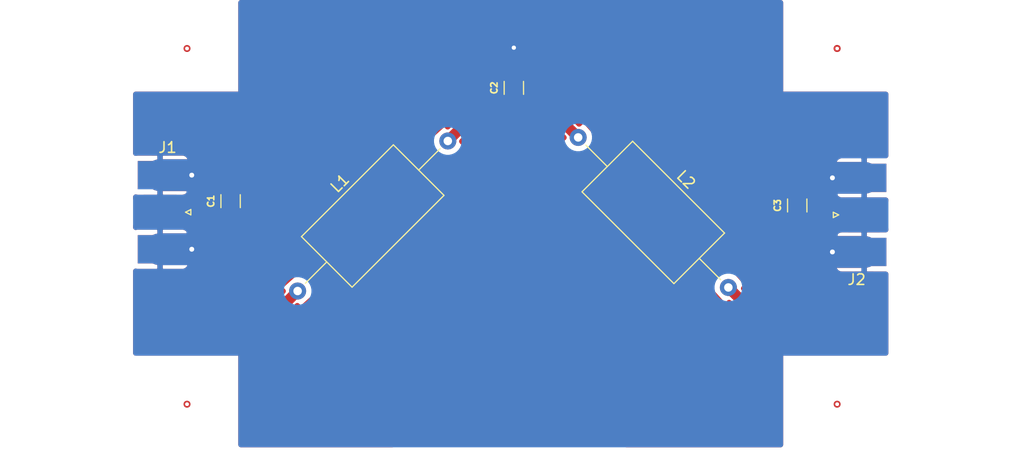
<source format=kicad_pcb>
(kicad_pcb (version 20171130) (host pcbnew "(5.1.12)-1")

  (general
    (thickness 1.6)
    (drawings 7)
    (tracks 37)
    (zones 0)
    (modules 7)
    (nets 5)
  )

  (page A4)
  (layers
    (0 F.Cu signal)
    (31 B.Cu signal)
    (32 B.Adhes user)
    (33 F.Adhes user)
    (34 B.Paste user)
    (35 F.Paste user)
    (36 B.SilkS user)
    (37 F.SilkS user)
    (38 B.Mask user)
    (39 F.Mask user)
    (40 Dwgs.User user)
    (41 Cmts.User user)
    (42 Eco1.User user)
    (43 Eco2.User user)
    (44 Edge.Cuts user)
    (45 Margin user)
    (46 B.CrtYd user)
    (47 F.CrtYd user)
    (48 B.Fab user)
    (49 F.Fab user)
  )

  (setup
    (last_trace_width 1)
    (user_trace_width 1)
    (trace_clearance 0.2)
    (zone_clearance 0.15)
    (zone_45_only no)
    (trace_min 0.2)
    (via_size 0.8)
    (via_drill 0.4)
    (via_min_size 0.4)
    (via_min_drill 0.3)
    (user_via 2 0.5)
    (uvia_size 0.3)
    (uvia_drill 0.1)
    (uvias_allowed no)
    (uvia_min_size 0.2)
    (uvia_min_drill 0.1)
    (edge_width 0.05)
    (segment_width 0.2)
    (pcb_text_width 0.3)
    (pcb_text_size 1.5 1.5)
    (mod_edge_width 0.12)
    (mod_text_size 1 1)
    (mod_text_width 0.15)
    (pad_size 3.2 3.2)
    (pad_drill 3.2)
    (pad_to_mask_clearance 0)
    (aux_axis_origin 0 0)
    (visible_elements 7FFFFFFF)
    (pcbplotparams
      (layerselection 0x010fc_ffffffff)
      (usegerberextensions false)
      (usegerberattributes true)
      (usegerberadvancedattributes true)
      (creategerberjobfile true)
      (excludeedgelayer true)
      (linewidth 0.100000)
      (plotframeref false)
      (viasonmask false)
      (mode 1)
      (useauxorigin false)
      (hpglpennumber 1)
      (hpglpenspeed 20)
      (hpglpendiameter 15.000000)
      (psnegative false)
      (psa4output false)
      (plotreference true)
      (plotvalue true)
      (plotinvisibletext false)
      (padsonsilk false)
      (subtractmaskfromsilk false)
      (outputformat 1)
      (mirror false)
      (drillshape 1)
      (scaleselection 1)
      (outputdirectory ""))
  )

  (net 0 "")
  (net 1 GNDREF)
  (net 2 "Net-(C1-Pad1)")
  (net 3 "Net-(C2-Pad1)")
  (net 4 "Net-(C3-Pad1)")

  (net_class Default "This is the default net class."
    (clearance 0.2)
    (trace_width 0.25)
    (via_dia 0.8)
    (via_drill 0.4)
    (uvia_dia 0.3)
    (uvia_drill 0.1)
    (add_net GNDREF)
    (add_net "Net-(C1-Pad1)")
    (add_net "Net-(C2-Pad1)")
    (add_net "Net-(C3-Pad1)")
  )

  (module WC8C:SMD_Combo_1206_0805 (layer F.Cu) (tedit 61AB688E) (tstamp 601E9231)
    (at 154.4828 76.2635 90)
    (descr "Capacitor SMD 1206 (3216 Metric), square (rectangular) end terminal, IPC_7351 nominal with elongated pad for handsoldering. (Body size source: IPC-SM-782 page 76, https://www.pcb-3d.com/wordpress/wp-content/uploads/ipc-sm-782a_amendment_1_and_2.pdf), generated with kicad-footprint-generator")
    (tags "capacitor handsolder")
    (path /602366C5)
    (attr smd)
    (fp_text reference C3 (at 0 -1.85 90) (layer F.SilkS)
      (effects (font (size 0.6 0.6) (thickness 0.15)))
    )
    (fp_text value 270p (at 0 1.85 90) (layer F.Fab)
      (effects (font (size 0.6 0.6) (thickness 0.15)))
    )
    (fp_text user %R (at 0 0 90) (layer F.Fab)
      (effects (font (size 0.4 0.4) (thickness 0.1)))
    )
    (fp_line (start -1.6 0.8) (end -1.6 -0.8) (layer F.Fab) (width 0.1))
    (fp_line (start -1.6 -0.8) (end 1.6 -0.8) (layer F.Fab) (width 0.1))
    (fp_line (start 1.6 -0.8) (end 1.6 0.8) (layer F.Fab) (width 0.1))
    (fp_line (start 1.6 0.8) (end -1.6 0.8) (layer F.Fab) (width 0.1))
    (fp_line (start -0.6096 -0.91) (end 0.6096 -0.91) (layer F.SilkS) (width 0.12))
    (fp_line (start -0.6096 0.9144) (end 0.6096 0.91) (layer F.SilkS) (width 0.12))
    (fp_line (start -2.48 1.15) (end -2.48 -1.15) (layer F.CrtYd) (width 0.05))
    (fp_line (start -2.48 -1.15) (end 2.48 -1.15) (layer F.CrtYd) (width 0.05))
    (fp_line (start 2.48 -1.15) (end 2.48 1.15) (layer F.CrtYd) (width 0.05))
    (fp_line (start 2.48 1.15) (end -2.48 1.15) (layer F.CrtYd) (width 0.05))
    (pad 1 smd roundrect (at -1.3625 0 90) (size 1.725 1.8) (layers F.Cu F.Paste F.Mask) (roundrect_rratio 0.189)
      (net 4 "Net-(C3-Pad1)"))
    (pad 2 smd roundrect (at 1.3625 0 90) (size 1.725 1.8) (layers F.Cu F.Paste F.Mask) (roundrect_rratio 0.189)
      (net 1 GNDREF))
    (model ${KISYS3DMOD}/Capacitor_SMD.3dshapes/C_1206_3216Metric.wrl
      (at (xyz 0 0 0))
      (scale (xyz 1 1 1))
      (rotate (xyz 0 0 0))
    )
  )

  (module WC8C:SMD_Combo_1206_0805 (layer F.Cu) (tedit 61AB688E) (tstamp 601E9220)
    (at 127.8001 65.18 90)
    (descr "Capacitor SMD 1206 (3216 Metric), square (rectangular) end terminal, IPC_7351 nominal with elongated pad for handsoldering. (Body size source: IPC-SM-782 page 76, https://www.pcb-3d.com/wordpress/wp-content/uploads/ipc-sm-782a_amendment_1_and_2.pdf), generated with kicad-footprint-generator")
    (tags "capacitor handsolder")
    (path /60236C70)
    (attr smd)
    (fp_text reference C2 (at 0 -1.85 90) (layer F.SilkS)
      (effects (font (size 0.6 0.6) (thickness 0.15)))
    )
    (fp_text value 470p (at 0 1.85 90) (layer F.Fab)
      (effects (font (size 0.6 0.6) (thickness 0.15)))
    )
    (fp_text user %R (at 0 0 90) (layer F.Fab)
      (effects (font (size 0.4 0.4) (thickness 0.1)))
    )
    (fp_line (start -1.6 0.8) (end -1.6 -0.8) (layer F.Fab) (width 0.1))
    (fp_line (start -1.6 -0.8) (end 1.6 -0.8) (layer F.Fab) (width 0.1))
    (fp_line (start 1.6 -0.8) (end 1.6 0.8) (layer F.Fab) (width 0.1))
    (fp_line (start 1.6 0.8) (end -1.6 0.8) (layer F.Fab) (width 0.1))
    (fp_line (start -0.6096 -0.91) (end 0.6096 -0.91) (layer F.SilkS) (width 0.12))
    (fp_line (start -0.6096 0.9144) (end 0.6096 0.91) (layer F.SilkS) (width 0.12))
    (fp_line (start -2.48 1.15) (end -2.48 -1.15) (layer F.CrtYd) (width 0.05))
    (fp_line (start -2.48 -1.15) (end 2.48 -1.15) (layer F.CrtYd) (width 0.05))
    (fp_line (start 2.48 -1.15) (end 2.48 1.15) (layer F.CrtYd) (width 0.05))
    (fp_line (start 2.48 1.15) (end -2.48 1.15) (layer F.CrtYd) (width 0.05))
    (pad 1 smd roundrect (at -1.3625 0 90) (size 1.725 1.8) (layers F.Cu F.Paste F.Mask) (roundrect_rratio 0.189)
      (net 3 "Net-(C2-Pad1)"))
    (pad 2 smd roundrect (at 1.3625 0 90) (size 1.725 1.8) (layers F.Cu F.Paste F.Mask) (roundrect_rratio 0.189)
      (net 1 GNDREF))
    (model ${KISYS3DMOD}/Capacitor_SMD.3dshapes/C_1206_3216Metric.wrl
      (at (xyz 0 0 0))
      (scale (xyz 1 1 1))
      (rotate (xyz 0 0 0))
    )
  )

  (module WC8C:SMD_Combo_1206_0805 (layer F.Cu) (tedit 61AB688E) (tstamp 601E920F)
    (at 101.1301 75.8571 90)
    (descr "Capacitor SMD 1206 (3216 Metric), square (rectangular) end terminal, IPC_7351 nominal with elongated pad for handsoldering. (Body size source: IPC-SM-782 page 76, https://www.pcb-3d.com/wordpress/wp-content/uploads/ipc-sm-782a_amendment_1_and_2.pdf), generated with kicad-footprint-generator")
    (tags "capacitor handsolder")
    (path /60235019)
    (attr smd)
    (fp_text reference C1 (at 0 -1.85 90) (layer F.SilkS)
      (effects (font (size 0.6 0.6) (thickness 0.15)))
    )
    (fp_text value 270p (at 0 1.85 90) (layer F.Fab)
      (effects (font (size 0.6 0.6) (thickness 0.15)))
    )
    (fp_text user %R (at 0 0 90) (layer F.Fab)
      (effects (font (size 0.4 0.4) (thickness 0.1)))
    )
    (fp_line (start -1.6 0.8) (end -1.6 -0.8) (layer F.Fab) (width 0.1))
    (fp_line (start -1.6 -0.8) (end 1.6 -0.8) (layer F.Fab) (width 0.1))
    (fp_line (start 1.6 -0.8) (end 1.6 0.8) (layer F.Fab) (width 0.1))
    (fp_line (start 1.6 0.8) (end -1.6 0.8) (layer F.Fab) (width 0.1))
    (fp_line (start -0.6096 -0.91) (end 0.6096 -0.91) (layer F.SilkS) (width 0.12))
    (fp_line (start -0.6096 0.9144) (end 0.6096 0.91) (layer F.SilkS) (width 0.12))
    (fp_line (start -2.48 1.15) (end -2.48 -1.15) (layer F.CrtYd) (width 0.05))
    (fp_line (start -2.48 -1.15) (end 2.48 -1.15) (layer F.CrtYd) (width 0.05))
    (fp_line (start 2.48 -1.15) (end 2.48 1.15) (layer F.CrtYd) (width 0.05))
    (fp_line (start 2.48 1.15) (end -2.48 1.15) (layer F.CrtYd) (width 0.05))
    (pad 1 smd roundrect (at -1.3625 0 90) (size 1.725 1.8) (layers F.Cu F.Paste F.Mask) (roundrect_rratio 0.189)
      (net 2 "Net-(C1-Pad1)"))
    (pad 2 smd roundrect (at 1.3625 0 90) (size 1.725 1.8) (layers F.Cu F.Paste F.Mask) (roundrect_rratio 0.189)
      (net 1 GNDREF))
    (model ${KISYS3DMOD}/Capacitor_SMD.3dshapes/C_1206_3216Metric.wrl
      (at (xyz 0 0 0))
      (scale (xyz 1 1 1))
      (rotate (xyz 0 0 0))
    )
  )

  (module Capacitor_THT:C_Axial_L12.0mm_D6.5mm_P20.00mm_Horizontal (layer F.Cu) (tedit 5AE50EF0) (tstamp 601E92B7)
    (at 133.858 69.85 315)
    (descr "C, Axial series, Axial, Horizontal, pin pitch=20mm, , length*diameter=12*6.5mm^2, http://cdn-reichelt.de/documents/datenblatt/B300/STYROFLEX.pdf")
    (tags "C Axial series Axial Horizontal pin pitch 20mm  length 12mm diameter 6.5mm")
    (path /60236050)
    (fp_text reference L2 (at 10 -4.37 135) (layer F.SilkS)
      (effects (font (size 1 1) (thickness 0.15)))
    )
    (fp_text value 820n (at 10 4.37 135) (layer F.Fab)
      (effects (font (size 1 1) (thickness 0.15)))
    )
    (fp_line (start 21.05 -3.5) (end -1.05 -3.5) (layer F.CrtYd) (width 0.05))
    (fp_line (start 21.05 3.5) (end 21.05 -3.5) (layer F.CrtYd) (width 0.05))
    (fp_line (start -1.05 3.5) (end 21.05 3.5) (layer F.CrtYd) (width 0.05))
    (fp_line (start -1.05 -3.5) (end -1.05 3.5) (layer F.CrtYd) (width 0.05))
    (fp_line (start 18.96 0) (end 16.12 0) (layer F.SilkS) (width 0.12))
    (fp_line (start 1.04 0) (end 3.88 0) (layer F.SilkS) (width 0.12))
    (fp_line (start 16.12 -3.37) (end 3.88 -3.37) (layer F.SilkS) (width 0.12))
    (fp_line (start 16.12 3.37) (end 16.12 -3.37) (layer F.SilkS) (width 0.12))
    (fp_line (start 3.88 3.37) (end 16.12 3.37) (layer F.SilkS) (width 0.12))
    (fp_line (start 3.88 -3.37) (end 3.88 3.37) (layer F.SilkS) (width 0.12))
    (fp_line (start 20 0) (end 16 0) (layer F.Fab) (width 0.1))
    (fp_line (start 0 0) (end 4 0) (layer F.Fab) (width 0.1))
    (fp_line (start 16 -3.25) (end 4 -3.25) (layer F.Fab) (width 0.1))
    (fp_line (start 16 3.25) (end 16 -3.25) (layer F.Fab) (width 0.1))
    (fp_line (start 4 3.25) (end 16 3.25) (layer F.Fab) (width 0.1))
    (fp_line (start 4 -3.25) (end 4 3.25) (layer F.Fab) (width 0.1))
    (fp_text user %R (at 10 0 135) (layer F.Fab)
      (effects (font (size 1 1) (thickness 0.15)))
    )
    (pad 2 thru_hole oval (at 20 0 315) (size 1.6 1.6) (drill 0.8) (layers *.Cu *.Mask)
      (net 4 "Net-(C3-Pad1)"))
    (pad 1 thru_hole circle (at 0 0 315) (size 1.6 1.6) (drill 0.8) (layers *.Cu *.Mask)
      (net 3 "Net-(C2-Pad1)"))
    (model ${KISYS3DMOD}/Capacitor_THT.3dshapes/C_Axial_L12.0mm_D6.5mm_P20.00mm_Horizontal.wrl
      (at (xyz 0 0 0))
      (scale (xyz 1 1 1))
      (rotate (xyz 0 0 0))
    )
  )

  (module Capacitor_THT:C_Axial_L12.0mm_D6.5mm_P20.00mm_Horizontal (layer F.Cu) (tedit 5AE50EF0) (tstamp 601E92A0)
    (at 107.442 84.328 45)
    (descr "C, Axial series, Axial, Horizontal, pin pitch=20mm, , length*diameter=12*6.5mm^2, http://cdn-reichelt.de/documents/datenblatt/B300/STYROFLEX.pdf")
    (tags "C Axial series Axial Horizontal pin pitch 20mm  length 12mm diameter 6.5mm")
    (path /6023585A)
    (fp_text reference L1 (at 10 -4.37 45) (layer F.SilkS)
      (effects (font (size 1 1) (thickness 0.15)))
    )
    (fp_text value 820n (at 10 4.37 45) (layer F.Fab)
      (effects (font (size 1 1) (thickness 0.15)))
    )
    (fp_line (start 21.05 -3.5) (end -1.05 -3.5) (layer F.CrtYd) (width 0.05))
    (fp_line (start 21.05 3.5) (end 21.05 -3.5) (layer F.CrtYd) (width 0.05))
    (fp_line (start -1.05 3.5) (end 21.05 3.5) (layer F.CrtYd) (width 0.05))
    (fp_line (start -1.05 -3.5) (end -1.05 3.5) (layer F.CrtYd) (width 0.05))
    (fp_line (start 18.96 0) (end 16.12 0) (layer F.SilkS) (width 0.12))
    (fp_line (start 1.04 0) (end 3.88 0) (layer F.SilkS) (width 0.12))
    (fp_line (start 16.12 -3.37) (end 3.88 -3.37) (layer F.SilkS) (width 0.12))
    (fp_line (start 16.12 3.37) (end 16.12 -3.37) (layer F.SilkS) (width 0.12))
    (fp_line (start 3.88 3.37) (end 16.12 3.37) (layer F.SilkS) (width 0.12))
    (fp_line (start 3.88 -3.37) (end 3.88 3.37) (layer F.SilkS) (width 0.12))
    (fp_line (start 20 0) (end 16 0) (layer F.Fab) (width 0.1))
    (fp_line (start 0 0) (end 4 0) (layer F.Fab) (width 0.1))
    (fp_line (start 16 -3.25) (end 4 -3.25) (layer F.Fab) (width 0.1))
    (fp_line (start 16 3.25) (end 16 -3.25) (layer F.Fab) (width 0.1))
    (fp_line (start 4 3.25) (end 16 3.25) (layer F.Fab) (width 0.1))
    (fp_line (start 4 -3.25) (end 4 3.25) (layer F.Fab) (width 0.1))
    (fp_text user %R (at 10 0 45) (layer F.Fab)
      (effects (font (size 1 1) (thickness 0.15)))
    )
    (pad 2 thru_hole oval (at 20 0 45) (size 1.6 1.6) (drill 0.8) (layers *.Cu *.Mask)
      (net 3 "Net-(C2-Pad1)"))
    (pad 1 thru_hole circle (at 0 0 45) (size 1.6 1.6) (drill 0.8) (layers *.Cu *.Mask)
      (net 2 "Net-(C1-Pad1)"))
    (model ${KISYS3DMOD}/Capacitor_THT.3dshapes/C_Axial_L12.0mm_D6.5mm_P20.00mm_Horizontal.wrl
      (at (xyz 0 0 0))
      (scale (xyz 1 1 1))
      (rotate (xyz 0 0 0))
    )
  )

  (module Connector_Coaxial:SMA_Molex_73251-2120_EdgeMount_Horizontal (layer F.Cu) (tedit 5EBD110B) (tstamp 601E9289)
    (at 160.782 77.1525)
    (descr "Molex SMA RF Connector, Edge Mount, (http://www.molex.com/pdm_docs/sd/732512120_sd.pdf)")
    (tags "sma edge")
    (path /60237382)
    (attr smd)
    (fp_text reference J2 (at -0.705 6.1) (layer F.SilkS)
      (effects (font (size 1 1) (thickness 0.15)))
    )
    (fp_text value SMA (at -0.1 -6.2) (layer F.Fab)
      (effects (font (size 1 1) (thickness 0.15)))
    )
    (fp_line (start 3.115 3.175) (end -1.715 3.175) (layer F.Fab) (width 0.1))
    (fp_line (start 3.115 -3.175) (end 3.115 3.175) (layer F.Fab) (width 0.1))
    (fp_line (start -1.715 -3.175) (end 3.115 -3.175) (layer F.Fab) (width 0.1))
    (fp_line (start 2.095 -2.155) (end 2.095 2.155) (layer F.Fab) (width 0.1))
    (fp_line (start 14.545 2.64) (end 3.115 2.64) (layer F.Fab) (width 0.1))
    (fp_line (start 14.545 -2.64) (end 14.545 2.64) (layer F.Fab) (width 0.1))
    (fp_line (start 14.545 -2.64) (end 3.115 -2.64) (layer F.Fab) (width 0.1))
    (fp_line (start 2.095 2.155) (end -1.715 2.155) (layer F.Fab) (width 0.1))
    (fp_line (start 2.095 -2.155) (end -1.715 -2.155) (layer F.Fab) (width 0.1))
    (fp_line (start -3.975 -5.33) (end 15.045 -5.33) (layer F.CrtYd) (width 0.05))
    (fp_line (start -3.975 -5.33) (end -3.975 5.33) (layer F.CrtYd) (width 0.05))
    (fp_line (start 15.045 5.33) (end -3.975 5.33) (layer F.CrtYd) (width 0.05))
    (fp_line (start 15.045 -5.33) (end 15.045 5.33) (layer F.CrtYd) (width 0.05))
    (fp_line (start -1.715 -3.175) (end -1.715 -2.155) (layer F.Fab) (width 0.1))
    (fp_line (start -1.715 -0.635) (end -1.715 0.635) (layer F.Fab) (width 0.1))
    (fp_line (start 2.095 0.635) (end -1.715 0.635) (layer F.Fab) (width 0.1))
    (fp_line (start 2.095 -0.635) (end -1.715 -0.635) (layer F.Fab) (width 0.1))
    (fp_line (start -2.4 0) (end -2.9 -0.25) (layer F.SilkS) (width 0.12))
    (fp_line (start -2.9 -0.25) (end -2.9 0.25) (layer F.SilkS) (width 0.12))
    (fp_line (start -2.9 0.25) (end -2.4 0) (layer F.SilkS) (width 0.12))
    (fp_line (start -2.9 -0.25) (end -2.4 0) (layer F.Fab) (width 0.1))
    (fp_line (start -2.4 0) (end -2.9 0.25) (layer F.Fab) (width 0.1))
    (fp_line (start -2.9 0.25) (end -2.9 -0.25) (layer F.Fab) (width 0.1))
    (fp_line (start -1.715 3.175) (end -1.715 2.155) (layer F.Fab) (width 0.1))
    (fp_line (start -3.975 -5.33) (end -3.975 5.33) (layer B.CrtYd) (width 0.05))
    (fp_line (start 15.045 5.33) (end -3.975 5.33) (layer B.CrtYd) (width 0.05))
    (fp_line (start 15.045 -5.33) (end 15.045 5.33) (layer B.CrtYd) (width 0.05))
    (fp_line (start -3.975 -5.33) (end 15.045 -5.33) (layer B.CrtYd) (width 0.05))
    (fp_line (start 2.095 -0.635) (end 2.9 0) (layer F.Fab) (width 0.1))
    (fp_line (start 2.9 0) (end 2.095 0.635) (layer F.Fab) (width 0.1))
    (fp_text user "PCB Edge" (at 2.155 0 270) (layer Dwgs.User)
      (effects (font (size 0.5 0.5) (thickness 0.08)))
    )
    (fp_text user %R (at 9.095 0) (layer F.Fab)
      (effects (font (size 1 1) (thickness 0.15)))
    )
    (pad 2 smd rect (at -2.54 3.4925) (size 0.89 0.46) (layers B.Cu)
      (net 1 GNDREF))
    (pad 2 thru_hole circle (at -2.985 3.4925) (size 0.97 0.97) (drill 0.46) (layers *.Cu)
      (net 1 GNDREF))
    (pad 2 smd rect (at -2.54 3.4925) (size 0.89 0.46) (layers F.Cu)
      (net 1 GNDREF))
    (pad 2 smd rect (at 0 -3.4925) (size 4.19 2.665) (layers B.Cu B.Paste B.Mask)
      (net 1 GNDREF))
    (pad 2 smd rect (at 0 -3.4925) (size 4.19 2.665) (layers F.Cu F.Paste F.Mask)
      (net 1 GNDREF))
    (pad 2 smd rect (at 0 3.4925) (size 4.19 2.665) (layers B.Cu B.Paste B.Mask)
      (net 1 GNDREF))
    (pad 1 smd rect (at 0 0) (size 4.19 1.78) (layers F.Cu F.Paste F.Mask)
      (net 4 "Net-(C3-Pad1)"))
    (pad 2 smd rect (at 0 3.4925) (size 4.19 2.665) (layers F.Cu F.Paste F.Mask)
      (net 1 GNDREF))
    (pad 2 thru_hole circle (at -2.985 -3.4925) (size 0.97 0.97) (drill 0.46) (layers *.Cu)
      (net 1 GNDREF))
    (pad 2 smd rect (at -2.54 -3.4925) (size 0.89 0.46) (layers F.Cu)
      (net 1 GNDREF))
    (pad 2 smd rect (at -2.54 -3.4925) (size 0.89 0.46) (layers B.Cu)
      (net 1 GNDREF))
    (model ${KISYS3DMOD}/Connector_Coaxial.3dshapes/SMA_Molex_73251-2120_EdgeMount_Horizontal.wrl
      (at (xyz 0 0 0))
      (scale (xyz 1 1 1))
      (rotate (xyz 0 0 0))
    )
  )

  (module Connector_Coaxial:SMA_Molex_73251-2120_EdgeMount_Horizontal (layer F.Cu) (tedit 5EBD110B) (tstamp 601E925D)
    (at 94.488 76.8985 180)
    (descr "Molex SMA RF Connector, Edge Mount, (http://www.molex.com/pdm_docs/sd/732512120_sd.pdf)")
    (tags "sma edge")
    (path /60233EEE)
    (attr smd)
    (fp_text reference J1 (at -0.705 6.1) (layer F.SilkS)
      (effects (font (size 1 1) (thickness 0.15)))
    )
    (fp_text value SMA (at -0.1 -6.2) (layer F.Fab)
      (effects (font (size 1 1) (thickness 0.15)))
    )
    (fp_line (start 3.115 3.175) (end -1.715 3.175) (layer F.Fab) (width 0.1))
    (fp_line (start 3.115 -3.175) (end 3.115 3.175) (layer F.Fab) (width 0.1))
    (fp_line (start -1.715 -3.175) (end 3.115 -3.175) (layer F.Fab) (width 0.1))
    (fp_line (start 2.095 -2.155) (end 2.095 2.155) (layer F.Fab) (width 0.1))
    (fp_line (start 14.545 2.64) (end 3.115 2.64) (layer F.Fab) (width 0.1))
    (fp_line (start 14.545 -2.64) (end 14.545 2.64) (layer F.Fab) (width 0.1))
    (fp_line (start 14.545 -2.64) (end 3.115 -2.64) (layer F.Fab) (width 0.1))
    (fp_line (start 2.095 2.155) (end -1.715 2.155) (layer F.Fab) (width 0.1))
    (fp_line (start 2.095 -2.155) (end -1.715 -2.155) (layer F.Fab) (width 0.1))
    (fp_line (start -3.975 -5.33) (end 15.045 -5.33) (layer F.CrtYd) (width 0.05))
    (fp_line (start -3.975 -5.33) (end -3.975 5.33) (layer F.CrtYd) (width 0.05))
    (fp_line (start 15.045 5.33) (end -3.975 5.33) (layer F.CrtYd) (width 0.05))
    (fp_line (start 15.045 -5.33) (end 15.045 5.33) (layer F.CrtYd) (width 0.05))
    (fp_line (start -1.715 -3.175) (end -1.715 -2.155) (layer F.Fab) (width 0.1))
    (fp_line (start -1.715 -0.635) (end -1.715 0.635) (layer F.Fab) (width 0.1))
    (fp_line (start 2.095 0.635) (end -1.715 0.635) (layer F.Fab) (width 0.1))
    (fp_line (start 2.095 -0.635) (end -1.715 -0.635) (layer F.Fab) (width 0.1))
    (fp_line (start -2.4 0) (end -2.9 -0.25) (layer F.SilkS) (width 0.12))
    (fp_line (start -2.9 -0.25) (end -2.9 0.25) (layer F.SilkS) (width 0.12))
    (fp_line (start -2.9 0.25) (end -2.4 0) (layer F.SilkS) (width 0.12))
    (fp_line (start -2.9 -0.25) (end -2.4 0) (layer F.Fab) (width 0.1))
    (fp_line (start -2.4 0) (end -2.9 0.25) (layer F.Fab) (width 0.1))
    (fp_line (start -2.9 0.25) (end -2.9 -0.25) (layer F.Fab) (width 0.1))
    (fp_line (start -1.715 3.175) (end -1.715 2.155) (layer F.Fab) (width 0.1))
    (fp_line (start -3.975 -5.33) (end -3.975 5.33) (layer B.CrtYd) (width 0.05))
    (fp_line (start 15.045 5.33) (end -3.975 5.33) (layer B.CrtYd) (width 0.05))
    (fp_line (start 15.045 -5.33) (end 15.045 5.33) (layer B.CrtYd) (width 0.05))
    (fp_line (start -3.975 -5.33) (end 15.045 -5.33) (layer B.CrtYd) (width 0.05))
    (fp_line (start 2.095 -0.635) (end 2.9 0) (layer F.Fab) (width 0.1))
    (fp_line (start 2.9 0) (end 2.095 0.635) (layer F.Fab) (width 0.1))
    (fp_text user "PCB Edge" (at 2.155 0 270) (layer Dwgs.User)
      (effects (font (size 0.5 0.5) (thickness 0.08)))
    )
    (fp_text user %R (at 9.095 0) (layer F.Fab)
      (effects (font (size 1 1) (thickness 0.15)))
    )
    (pad 2 smd rect (at -2.54 3.4925 180) (size 0.89 0.46) (layers B.Cu)
      (net 1 GNDREF))
    (pad 2 thru_hole circle (at -2.985 3.4925 180) (size 0.97 0.97) (drill 0.46) (layers *.Cu)
      (net 1 GNDREF))
    (pad 2 smd rect (at -2.54 3.4925 180) (size 0.89 0.46) (layers F.Cu)
      (net 1 GNDREF))
    (pad 2 smd rect (at 0 -3.4925 180) (size 4.19 2.665) (layers B.Cu B.Paste B.Mask)
      (net 1 GNDREF))
    (pad 2 smd rect (at 0 -3.4925 180) (size 4.19 2.665) (layers F.Cu F.Paste F.Mask)
      (net 1 GNDREF))
    (pad 2 smd rect (at 0 3.4925 180) (size 4.19 2.665) (layers B.Cu B.Paste B.Mask)
      (net 1 GNDREF))
    (pad 1 smd rect (at 0 0 180) (size 4.19 1.78) (layers F.Cu F.Paste F.Mask)
      (net 2 "Net-(C1-Pad1)"))
    (pad 2 smd rect (at 0 3.4925 180) (size 4.19 2.665) (layers F.Cu F.Paste F.Mask)
      (net 1 GNDREF))
    (pad 2 thru_hole circle (at -2.985 -3.4925 180) (size 0.97 0.97) (drill 0.46) (layers *.Cu)
      (net 1 GNDREF))
    (pad 2 smd rect (at -2.54 -3.4925 180) (size 0.89 0.46) (layers F.Cu)
      (net 1 GNDREF))
    (pad 2 smd rect (at -2.54 -3.4925 180) (size 0.89 0.46) (layers B.Cu)
      (net 1 GNDREF))
    (model ${KISYS3DMOD}/Connector_Coaxial.3dshapes/SMA_Molex_73251-2120_EdgeMount_Horizontal.wrl
      (at (xyz 0 0 0))
      (scale (xyz 1 1 1))
      (rotate (xyz 0 0 0))
    )
  )

  (gr_text "12 MHz LPF" (at 127.508 91.694) (layer F.Cu) (tstamp 601F1B1B)
    (effects (font (size 2 2) (thickness 0.3)))
  )
  (gr_circle (center 158.242 61.468) (end 158.496 61.468) (layer F.Cu) (width 0.15) (tstamp 601F1AE4))
  (gr_circle (center 158.242 94.996) (end 158.496 94.996) (layer F.Cu) (width 0.15) (tstamp 601F1AD9))
  (gr_circle (center 97.028 94.996) (end 97.282 94.996) (layer F.Cu) (width 0.15) (tstamp 601F1AD7))
  (gr_circle (center 97.028 61.468) (end 97.282 61.468) (layer F.Cu) (width 0.15) (tstamp 601F1AD5))
  (gr_circle (center 158.242 61.468) (end 158.496 61.468) (layer F.Cu) (width 0.15))
  (gr_text "WC8C 2021 " (at 128.27 95.758) (layer F.Cu)
    (effects (font (size 2 2) (thickness 0.3)))
  )

  (segment (start 94.488 73.406) (end 98.552 73.406) (width 3) (layer F.Cu) (net 1))
  (segment (start 160.782 73.66) (end 156.972 73.66) (width 3) (layer F.Cu) (net 1))
  (segment (start 160.782 80.645) (end 157.797 80.645) (width 3) (layer F.Cu) (net 1))
  (segment (start 94.488 80.391) (end 97.473 80.391) (width 3) (layer F.Cu) (net 1))
  (segment (start 97.473 80.391) (end 97.473 73.406) (width 1) (layer B.Cu) (net 1))
  (segment (start 157.797 80.645) (end 157.797 73.66) (width 1) (layer B.Cu) (net 1))
  (via (at 127.8001 61.3918) (size 2) (drill 0.4) (layers F.Cu B.Cu) (net 1))
  (segment (start 160.782 73.66) (end 157.797 73.66) (width 3) (layer B.Cu) (net 1))
  (segment (start 160.782 80.645) (end 157.797 80.645) (width 3) (layer B.Cu) (net 1))
  (segment (start 94.488 73.406) (end 97.473 73.406) (width 3) (layer B.Cu) (net 1))
  (segment (start 94.488 80.391) (end 97.473 80.391) (width 3) (layer B.Cu) (net 1))
  (segment (start 100.0415 73.406) (end 101.1301 74.4946) (width 1) (layer F.Cu) (net 1))
  (segment (start 98.552 73.406) (end 100.0415 73.406) (width 1) (layer F.Cu) (net 1))
  (segment (start 155.7238 73.66) (end 154.4828 74.901) (width 1) (layer F.Cu) (net 1))
  (segment (start 157.797 73.66) (end 155.7238 73.66) (width 1) (layer F.Cu) (net 1))
  (segment (start 99.9695 76.8985) (end 100.076 77.005) (width 1) (layer F.Cu) (net 2))
  (segment (start 94.488 76.8985) (end 99.9695 76.8985) (width 1) (layer F.Cu) (net 2))
  (segment (start 100.076 77.005) (end 100.076 86.106) (width 1) (layer F.Cu) (net 2))
  (segment (start 107.442 84.328) (end 104.394 87.376) (width 1) (layer F.Cu) (net 2))
  (segment (start 101.346 87.376) (end 100.076 86.106) (width 1) (layer F.Cu) (net 2))
  (segment (start 104.394 87.376) (end 101.346 87.376) (width 1) (layer F.Cu) (net 2))
  (segment (start 100.2906 77.2196) (end 100.076 77.005) (width 1) (layer F.Cu) (net 2))
  (segment (start 101.1301 77.2196) (end 100.2906 77.2196) (width 1) (layer F.Cu) (net 2))
  (segment (start 127.921012 66.728512) (end 127.762 66.5695) (width 1) (layer F.Cu) (net 3))
  (segment (start 121.584136 70.185864) (end 125.2005 66.5695) (width 1) (layer F.Cu) (net 3))
  (segment (start 133.858 69.85) (end 130.5775 66.5695) (width 1) (layer F.Cu) (net 3))
  (segment (start 127.8271 66.5695) (end 127.8001 66.5425) (width 1) (layer F.Cu) (net 3))
  (segment (start 130.5775 66.5695) (end 127.8271 66.5695) (width 1) (layer F.Cu) (net 3))
  (segment (start 127.7731 66.5695) (end 127.8001 66.5425) (width 1) (layer F.Cu) (net 3))
  (segment (start 125.2005 66.5695) (end 127.7731 66.5695) (width 1) (layer F.Cu) (net 3))
  (segment (start 151.892 87.884) (end 148.000136 83.992136) (width 1) (layer F.Cu) (net 4))
  (segment (start 153.67 87.884) (end 151.892 87.884) (width 1) (layer F.Cu) (net 4))
  (segment (start 155.5955 85.9585) (end 153.67 87.884) (width 1) (layer F.Cu) (net 4))
  (segment (start 155.5955 77.1525) (end 155.5955 85.9585) (width 1) (layer F.Cu) (net 4))
  (segment (start 160.782 77.1525) (end 155.5955 77.1525) (width 1) (layer F.Cu) (net 4))
  (segment (start 155.122 77.626) (end 155.5955 77.1525) (width 1) (layer F.Cu) (net 4))
  (segment (start 154.4828 77.626) (end 155.122 77.626) (width 1) (layer F.Cu) (net 4))

  (zone (net 1) (net_name GNDREF) (layer F.Cu) (tstamp 0) (hatch edge 0.508)
    (connect_pads (clearance 0.15))
    (min_thickness 0.5)
    (fill yes (arc_segments 32) (thermal_gap 0.508) (thermal_bridge_width 0.508))
    (polygon
      (pts
        (xy 163.068 99.06) (xy 91.948 99.06) (xy 91.948 56.896) (xy 163.068 56.896)
      )
    )
    (filled_polygon
      (pts
        (xy 152.912 65.532) (xy 152.916804 65.580773) (xy 152.93103 65.627671) (xy 152.954133 65.670893) (xy 152.985223 65.708777)
        (xy 153.023107 65.739867) (xy 153.066329 65.76297) (xy 153.113227 65.777196) (xy 153.162 65.782) (xy 162.818 65.782)
        (xy 162.818 71.565946) (xy 160.9755 71.5695) (xy 160.786 71.759) (xy 160.786 73.656) (xy 160.806 73.656)
        (xy 160.806 73.664) (xy 160.786 73.664) (xy 160.786 75.561) (xy 160.9755 75.7505) (xy 162.818 75.754054)
        (xy 162.818 75.810323) (xy 158.687 75.810323) (xy 158.598785 75.819011) (xy 158.513959 75.844743) (xy 158.435784 75.886529)
        (xy 158.367263 75.942763) (xy 158.311029 76.011284) (xy 158.269243 76.089459) (xy 158.243511 76.174285) (xy 158.240732 76.2025)
        (xy 156.003105 76.2025) (xy 156.016104 76.18666) (xy 156.086489 76.054978) (xy 156.129833 75.912094) (xy 156.144468 75.7635)
        (xy 156.1408 75.0945) (xy 155.9513 74.905) (xy 154.4868 74.905) (xy 154.4868 74.925) (xy 154.4788 74.925)
        (xy 154.4788 74.905) (xy 153.0143 74.905) (xy 152.8248 75.0945) (xy 152.821132 75.7635) (xy 152.835767 75.912094)
        (xy 152.879111 76.054978) (xy 152.949496 76.18666) (xy 153.044219 76.302081) (xy 153.15964 76.396804) (xy 153.291322 76.467189)
        (xy 153.404521 76.501528) (xy 153.358553 76.539253) (xy 153.261774 76.657179) (xy 153.18986 76.79172) (xy 153.145576 76.937705)
        (xy 153.130623 77.089525) (xy 153.130623 78.162475) (xy 153.145576 78.314295) (xy 153.18986 78.46028) (xy 153.261774 78.594821)
        (xy 153.358553 78.712747) (xy 153.476479 78.809526) (xy 153.61102 78.88144) (xy 153.757005 78.925724) (xy 153.908825 78.940677)
        (xy 154.6455 78.940677) (xy 154.645501 85.564996) (xy 153.276498 86.934) (xy 152.285503 86.934) (xy 149.435746 84.084243)
        (xy 149.627777 83.897738) (xy 149.65388 83.868026) (xy 149.679222 83.826078) (xy 149.695894 83.779992) (xy 149.703254 83.73154)
        (xy 149.701021 83.682582) (xy 149.689279 83.635001) (xy 149.66848 83.590625) (xy 149.639424 83.551159) (xy 147.353424 81.011159)
        (xy 147.309512 80.972582) (xy 147.266632 80.948851) (xy 147.219947 80.933942) (xy 147.171249 80.928427) (xy 147.122412 80.932518)
        (xy 147.075311 80.946058) (xy 147.031756 80.968527) (xy 146.993423 80.999062) (xy 145.228123 82.713562) (xy 145.20202 82.743274)
        (xy 145.176678 82.785222) (xy 145.160006 82.831308) (xy 145.152646 82.87976) (xy 145.154879 82.928718) (xy 145.166621 82.976299)
        (xy 145.18742 83.020675) (xy 145.216476 83.060141) (xy 147.502476 85.600141) (xy 147.546388 85.638718) (xy 147.589268 85.662449)
        (xy 147.635953 85.677358) (xy 147.684651 85.682873) (xy 147.733488 85.678782) (xy 147.780589 85.665242) (xy 147.824144 85.642773)
        (xy 147.862477 85.612238) (xy 148.07263 85.408132) (xy 151.187254 88.522757) (xy 151.216999 88.559001) (xy 151.253242 88.588745)
        (xy 151.253245 88.588748) (xy 151.330951 88.65252) (xy 151.361655 88.677718) (xy 151.526692 88.765932) (xy 151.651445 88.803775)
        (xy 151.705767 88.820254) (xy 151.72172 88.821825) (xy 151.845335 88.834) (xy 151.845343 88.834) (xy 151.892 88.838595)
        (xy 151.938657 88.834) (xy 153.623346 88.834) (xy 153.67 88.838595) (xy 153.716654 88.834) (xy 153.716665 88.834)
        (xy 153.856232 88.820254) (xy 154.035308 88.765932) (xy 154.200345 88.677718) (xy 154.345001 88.559001) (xy 154.37475 88.522752)
        (xy 156.234257 86.663246) (xy 156.270501 86.633501) (xy 156.389218 86.488845) (xy 156.477432 86.323808) (xy 156.531754 86.144732)
        (xy 156.5455 86.005165) (xy 156.5455 86.005155) (xy 156.550095 85.958501) (xy 156.5455 85.911846) (xy 156.5455 80.599962)
        (xy 156.548798 80.599962) (xy 156.563995 80.844339) (xy 156.626576 81.081056) (xy 156.734136 81.301016) (xy 156.78418 81.375912)
        (xy 157.044988 81.391355) (xy 157.154809 81.281534) (xy 157.15875 81.288907) (xy 157.050645 81.397012) (xy 157.066088 81.65782)
        (xy 157.277723 81.780953) (xy 157.509315 81.860432) (xy 157.751962 81.893202) (xy 157.925638 81.882402) (xy 157.925332 81.9775)
        (xy 157.939967 82.126094) (xy 157.983311 82.268978) (xy 158.053696 82.40066) (xy 158.148419 82.516081) (xy 158.26384 82.610804)
        (xy 158.395522 82.681189) (xy 158.538406 82.724533) (xy 158.687 82.739168) (xy 160.5885 82.7355) (xy 160.778 82.546)
        (xy 160.778 80.649) (xy 160.758 80.649) (xy 160.758 80.641) (xy 160.778 80.641) (xy 160.778 78.744)
        (xy 160.5885 78.5545) (xy 158.687 78.550832) (xy 158.538406 78.565467) (xy 158.395522 78.608811) (xy 158.26384 78.679196)
        (xy 158.148419 78.773919) (xy 158.053696 78.88934) (xy 157.983311 79.021022) (xy 157.939967 79.163906) (xy 157.925332 79.3125)
        (xy 157.92564 79.408089) (xy 157.842038 79.396798) (xy 157.597661 79.411995) (xy 157.360944 79.474576) (xy 157.140984 79.582136)
        (xy 157.066088 79.63218) (xy 157.050645 79.892988) (xy 157.15875 80.001093) (xy 157.154809 80.008466) (xy 157.044988 79.898645)
        (xy 156.78418 79.914088) (xy 156.661047 80.125723) (xy 156.581568 80.357315) (xy 156.548798 80.599962) (xy 156.5455 80.599962)
        (xy 156.5455 78.1025) (xy 158.240732 78.1025) (xy 158.243511 78.130715) (xy 158.269243 78.215541) (xy 158.311029 78.293716)
        (xy 158.367263 78.362237) (xy 158.435784 78.418471) (xy 158.513959 78.460257) (xy 158.598785 78.485989) (xy 158.687 78.494677)
        (xy 162.818 78.494677) (xy 162.818 78.550946) (xy 160.9755 78.5545) (xy 160.786 78.744) (xy 160.786 80.641)
        (xy 160.806 80.641) (xy 160.806 80.649) (xy 160.786 80.649) (xy 160.786 82.546) (xy 160.9755 82.7355)
        (xy 162.818 82.739054) (xy 162.818 90.174) (xy 153.162 90.174) (xy 153.113227 90.178804) (xy 153.066329 90.19303)
        (xy 153.023107 90.216133) (xy 152.985223 90.247223) (xy 152.954133 90.285107) (xy 152.93103 90.328329) (xy 152.916804 90.375227)
        (xy 152.912 90.424) (xy 152.912 98.81) (xy 138.426 98.81) (xy 138.426 90.424) (xy 138.424069 90.392991)
        (xy 138.413253 90.345191) (xy 138.39332 90.30042) (xy 138.365035 90.260397) (xy 138.329485 90.226662) (xy 136.043485 88.448662)
        (xy 135.985671 88.41503) (xy 135.938773 88.400804) (xy 135.89 88.396) (xy 118.618 88.396) (xy 118.569227 88.400804)
        (xy 118.522329 88.41503) (xy 118.479107 88.438133) (xy 118.441223 88.469223) (xy 116.409223 90.501223) (xy 116.378133 90.539107)
        (xy 116.35503 90.582329) (xy 116.340804 90.629227) (xy 116.336 90.678) (xy 116.336 98.81) (xy 102.104 98.81)
        (xy 102.104 90.424) (xy 102.099196 90.375227) (xy 102.08497 90.328329) (xy 102.061867 90.285107) (xy 102.030777 90.247223)
        (xy 101.992893 90.216133) (xy 101.949671 90.19303) (xy 101.902773 90.178804) (xy 101.854 90.174) (xy 92.198 90.174)
        (xy 92.198 82.456456) (xy 92.244406 82.470533) (xy 92.393 82.485168) (xy 94.2945 82.4815) (xy 94.484 82.292)
        (xy 94.484 80.395) (xy 94.464 80.395) (xy 94.464 80.387) (xy 94.484 80.387) (xy 94.484 78.49)
        (xy 94.492 78.49) (xy 94.492 80.387) (xy 94.512 80.387) (xy 94.512 80.395) (xy 94.492 80.395)
        (xy 94.492 82.292) (xy 94.6815 82.4815) (xy 96.583 82.485168) (xy 96.731594 82.470533) (xy 96.874478 82.427189)
        (xy 97.00616 82.356804) (xy 97.121581 82.262081) (xy 97.216304 82.14666) (xy 97.286689 82.014978) (xy 97.330033 81.872094)
        (xy 97.344668 81.7235) (xy 97.34436 81.627911) (xy 97.427962 81.639202) (xy 97.672339 81.624005) (xy 97.909056 81.561424)
        (xy 98.129016 81.453864) (xy 98.203912 81.40382) (xy 98.219355 81.143012) (xy 98.11125 81.034907) (xy 98.115191 81.027534)
        (xy 98.225012 81.137355) (xy 98.48582 81.121912) (xy 98.608953 80.910277) (xy 98.688432 80.678685) (xy 98.721202 80.436038)
        (xy 98.706005 80.191661) (xy 98.643424 79.954944) (xy 98.535864 79.734984) (xy 98.48582 79.660088) (xy 98.225012 79.644645)
        (xy 98.115191 79.754466) (xy 98.11125 79.747093) (xy 98.219355 79.638988) (xy 98.203912 79.37818) (xy 97.992277 79.255047)
        (xy 97.760685 79.175568) (xy 97.518038 79.142798) (xy 97.344362 79.153598) (xy 97.344668 79.0585) (xy 97.330033 78.909906)
        (xy 97.286689 78.767022) (xy 97.216304 78.63534) (xy 97.121581 78.519919) (xy 97.00616 78.425196) (xy 96.874478 78.354811)
        (xy 96.731594 78.311467) (xy 96.583 78.296832) (xy 94.6815 78.3005) (xy 94.492 78.49) (xy 94.484 78.49)
        (xy 94.2945 78.3005) (xy 92.393 78.296832) (xy 92.244406 78.311467) (xy 92.198 78.325544) (xy 92.198 78.19452)
        (xy 92.219959 78.206257) (xy 92.304785 78.231989) (xy 92.393 78.240677) (xy 96.583 78.240677) (xy 96.671215 78.231989)
        (xy 96.756041 78.206257) (xy 96.834216 78.164471) (xy 96.902737 78.108237) (xy 96.958971 78.039716) (xy 97.000757 77.961541)
        (xy 97.026489 77.876715) (xy 97.029268 77.8485) (xy 99.126 77.8485) (xy 99.126001 86.059335) (xy 99.121405 86.106)
        (xy 99.139747 86.292232) (xy 99.194069 86.471308) (xy 99.282283 86.636345) (xy 99.371252 86.744754) (xy 99.371256 86.744758)
        (xy 99.401 86.781001) (xy 99.437243 86.810745) (xy 100.641254 88.014757) (xy 100.670999 88.051001) (xy 100.707242 88.080745)
        (xy 100.707245 88.080748) (xy 100.784951 88.14452) (xy 100.815655 88.169718) (xy 100.980692 88.257932) (xy 101.159768 88.312254)
        (xy 101.299335 88.326) (xy 101.299345 88.326) (xy 101.345999 88.330595) (xy 101.392654 88.326) (xy 104.347346 88.326)
        (xy 104.394 88.330595) (xy 104.440654 88.326) (xy 104.440665 88.326) (xy 104.580232 88.312254) (xy 104.759308 88.257932)
        (xy 104.924345 88.169718) (xy 105.069001 88.051001) (xy 105.09875 88.014752) (xy 107.411739 85.701764) (xy 107.568018 85.861649)
        (xy 107.597174 85.88718) (xy 107.639122 85.912522) (xy 107.685208 85.929194) (xy 107.73366 85.936554) (xy 107.782618 85.934321)
        (xy 107.830199 85.922579) (xy 107.874575 85.90178) (xy 107.914041 85.872724) (xy 110.454041 83.586724) (xy 110.49307 83.542154)
        (xy 110.516664 83.499199) (xy 110.531424 83.452466) (xy 110.536784 83.403752) (xy 110.532537 83.354927) (xy 110.518846 83.30787)
        (xy 110.496238 83.264387) (xy 110.465582 83.226151) (xy 108.814582 81.537051) (xy 108.785426 81.51152) (xy 108.743478 81.486178)
        (xy 108.697392 81.469506) (xy 108.64894 81.462146) (xy 108.599982 81.464379) (xy 108.552401 81.476121) (xy 108.508025 81.49692)
        (xy 108.468559 81.525976) (xy 105.928559 83.811976) (xy 105.88953 83.856546) (xy 105.865936 83.899501) (xy 105.851176 83.946234)
        (xy 105.845816 83.994948) (xy 105.850063 84.043773) (xy 105.863754 84.09083) (xy 105.886362 84.134313) (xy 105.917018 84.172549)
        (xy 106.083561 84.342936) (xy 104.000498 86.426) (xy 101.739503 86.426) (xy 101.026 85.712498) (xy 101.026 78.534277)
        (xy 101.704075 78.534277) (xy 101.855895 78.519324) (xy 102.00188 78.47504) (xy 102.136421 78.403126) (xy 102.254347 78.306347)
        (xy 102.351126 78.188421) (xy 102.42304 78.05388) (xy 102.467324 77.907895) (xy 102.482277 77.756075) (xy 102.482277 76.683125)
        (xy 102.467324 76.531305) (xy 102.42304 76.38532) (xy 102.351126 76.250779) (xy 102.254347 76.132853) (xy 102.208379 76.095128)
        (xy 102.321578 76.060789) (xy 102.45326 75.990404) (xy 102.568681 75.895681) (xy 102.663404 75.78026) (xy 102.733789 75.648578)
        (xy 102.777133 75.505694) (xy 102.791768 75.3571) (xy 102.7881 74.6881) (xy 102.5986 74.4986) (xy 101.1341 74.4986)
        (xy 101.1341 74.5186) (xy 101.1261 74.5186) (xy 101.1261 74.4986) (xy 99.6616 74.4986) (xy 99.4721 74.6881)
        (xy 99.468432 75.3571) (xy 99.483067 75.505694) (xy 99.526411 75.648578) (xy 99.596796 75.78026) (xy 99.691519 75.895681)
        (xy 99.75588 75.9485) (xy 97.029268 75.9485) (xy 97.026489 75.920285) (xy 97.000757 75.835459) (xy 96.958971 75.757284)
        (xy 96.902737 75.688763) (xy 96.834216 75.632529) (xy 96.756041 75.590743) (xy 96.671215 75.565011) (xy 96.583 75.556323)
        (xy 92.393 75.556323) (xy 92.304785 75.565011) (xy 92.219959 75.590743) (xy 92.198 75.60248) (xy 92.198 75.471456)
        (xy 92.244406 75.485533) (xy 92.393 75.500168) (xy 94.2945 75.4965) (xy 94.484 75.307) (xy 94.484 73.41)
        (xy 94.464 73.41) (xy 94.464 73.402) (xy 94.484 73.402) (xy 94.484 71.505) (xy 94.492 71.505)
        (xy 94.492 73.402) (xy 94.512 73.402) (xy 94.512 73.41) (xy 94.492 73.41) (xy 94.492 75.307)
        (xy 94.6815 75.4965) (xy 96.583 75.500168) (xy 96.731594 75.485533) (xy 96.874478 75.442189) (xy 97.00616 75.371804)
        (xy 97.121581 75.277081) (xy 97.216304 75.16166) (xy 97.286689 75.029978) (xy 97.330033 74.887094) (xy 97.344668 74.7385)
        (xy 97.34436 74.642911) (xy 97.427962 74.654202) (xy 97.672339 74.639005) (xy 97.909056 74.576424) (xy 98.129016 74.468864)
        (xy 98.203912 74.41882) (xy 98.219355 74.158012) (xy 98.11125 74.049907) (xy 98.115191 74.042534) (xy 98.225012 74.152355)
        (xy 98.48582 74.136912) (xy 98.608953 73.925277) (xy 98.688432 73.693685) (xy 98.696749 73.6321) (xy 99.468432 73.6321)
        (xy 99.4721 74.3011) (xy 99.6616 74.4906) (xy 101.1261 74.4906) (xy 101.1261 73.0636) (xy 101.1341 73.0636)
        (xy 101.1341 74.4906) (xy 102.5986 74.4906) (xy 102.7881 74.3011) (xy 102.789539 74.0385) (xy 152.821132 74.0385)
        (xy 152.8248 74.7075) (xy 153.0143 74.897) (xy 154.4788 74.897) (xy 154.4788 73.47) (xy 154.4868 73.47)
        (xy 154.4868 74.897) (xy 155.9513 74.897) (xy 156.1408 74.7075) (xy 156.144468 74.0385) (xy 156.129833 73.889906)
        (xy 156.086489 73.747022) (xy 156.016104 73.61534) (xy 156.015794 73.614962) (xy 156.548798 73.614962) (xy 156.563995 73.859339)
        (xy 156.626576 74.096056) (xy 156.734136 74.316016) (xy 156.78418 74.390912) (xy 157.044988 74.406355) (xy 157.154809 74.296534)
        (xy 157.15875 74.303907) (xy 157.050645 74.412012) (xy 157.066088 74.67282) (xy 157.277723 74.795953) (xy 157.509315 74.875432)
        (xy 157.751962 74.908202) (xy 157.925638 74.897402) (xy 157.925332 74.9925) (xy 157.939967 75.141094) (xy 157.983311 75.283978)
        (xy 158.053696 75.41566) (xy 158.148419 75.531081) (xy 158.26384 75.625804) (xy 158.395522 75.696189) (xy 158.538406 75.739533)
        (xy 158.687 75.754168) (xy 160.5885 75.7505) (xy 160.778 75.561) (xy 160.778 73.664) (xy 160.758 73.664)
        (xy 160.758 73.656) (xy 160.778 73.656) (xy 160.778 71.759) (xy 160.5885 71.5695) (xy 158.687 71.565832)
        (xy 158.538406 71.580467) (xy 158.395522 71.623811) (xy 158.26384 71.694196) (xy 158.148419 71.788919) (xy 158.053696 71.90434)
        (xy 157.983311 72.036022) (xy 157.939967 72.178906) (xy 157.925332 72.3275) (xy 157.92564 72.423089) (xy 157.842038 72.411798)
        (xy 157.597661 72.426995) (xy 157.360944 72.489576) (xy 157.140984 72.597136) (xy 157.066088 72.64718) (xy 157.050645 72.907988)
        (xy 157.15875 73.016093) (xy 157.154809 73.023466) (xy 157.044988 72.913645) (xy 156.78418 72.929088) (xy 156.661047 73.140723)
        (xy 156.581568 73.372315) (xy 156.548798 73.614962) (xy 156.015794 73.614962) (xy 155.921381 73.499919) (xy 155.80596 73.405196)
        (xy 155.674278 73.334811) (xy 155.531394 73.291467) (xy 155.3828 73.276832) (xy 154.6763 73.2805) (xy 154.4868 73.47)
        (xy 154.4788 73.47) (xy 154.2893 73.2805) (xy 153.5828 73.276832) (xy 153.434206 73.291467) (xy 153.291322 73.334811)
        (xy 153.15964 73.405196) (xy 153.044219 73.499919) (xy 152.949496 73.61534) (xy 152.879111 73.747022) (xy 152.835767 73.889906)
        (xy 152.821132 74.0385) (xy 102.789539 74.0385) (xy 102.791768 73.6321) (xy 102.777133 73.483506) (xy 102.733789 73.340622)
        (xy 102.663404 73.20894) (xy 102.568681 73.093519) (xy 102.45326 72.998796) (xy 102.321578 72.928411) (xy 102.178694 72.885067)
        (xy 102.0301 72.870432) (xy 101.3236 72.8741) (xy 101.1341 73.0636) (xy 101.1261 73.0636) (xy 100.9366 72.8741)
        (xy 100.2301 72.870432) (xy 100.081506 72.885067) (xy 99.938622 72.928411) (xy 99.80694 72.998796) (xy 99.691519 73.093519)
        (xy 99.596796 73.20894) (xy 99.526411 73.340622) (xy 99.483067 73.483506) (xy 99.468432 73.6321) (xy 98.696749 73.6321)
        (xy 98.721202 73.451038) (xy 98.706005 73.206661) (xy 98.643424 72.969944) (xy 98.535864 72.749984) (xy 98.48582 72.675088)
        (xy 98.225012 72.659645) (xy 98.115191 72.769466) (xy 98.11125 72.762093) (xy 98.219355 72.653988) (xy 98.203912 72.39318)
        (xy 97.992277 72.270047) (xy 97.760685 72.190568) (xy 97.518038 72.157798) (xy 97.344362 72.168598) (xy 97.344668 72.0735)
        (xy 97.330033 71.924906) (xy 97.286689 71.782022) (xy 97.216304 71.65034) (xy 97.121581 71.534919) (xy 97.00616 71.440196)
        (xy 96.874478 71.369811) (xy 96.731594 71.326467) (xy 96.583 71.311832) (xy 94.6815 71.3155) (xy 94.492 71.505)
        (xy 94.484 71.505) (xy 94.2945 71.3155) (xy 92.393 71.311832) (xy 92.244406 71.326467) (xy 92.198 71.340544)
        (xy 92.198 71.167376) (xy 118.456923 71.167376) (xy 118.461059 71.216209) (xy 118.474641 71.263298) (xy 118.49715 71.306832)
        (xy 118.527719 71.345139) (xy 120.356519 73.224739) (xy 120.386074 73.25068) (xy 120.428022 73.276022) (xy 120.474108 73.292694)
        (xy 120.52256 73.300054) (xy 120.571518 73.297821) (xy 120.619099 73.286079) (xy 120.663475 73.26528) (xy 120.702941 73.236224)
        (xy 123.242941 70.950224) (xy 123.281645 70.906127) (xy 123.305338 70.863226) (xy 123.320205 70.816527) (xy 123.325677 70.767824)
        (xy 123.321541 70.718991) (xy 123.307959 70.671902) (xy 123.28545 70.628368) (xy 123.254881 70.590061) (xy 122.894171 70.219331)
        (xy 125.594003 67.5195) (xy 126.585786 67.5195) (xy 126.675853 67.629247) (xy 126.793779 67.726026) (xy 126.92832 67.79794)
        (xy 127.074305 67.842224) (xy 127.226125 67.857177) (xy 128.374075 67.857177) (xy 128.525895 67.842224) (xy 128.67188 67.79794)
        (xy 128.806421 67.726026) (xy 128.924347 67.629247) (xy 129.014414 67.5195) (xy 130.183998 67.5195) (xy 132.527187 69.86269)
        (xy 132.268224 70.096098) (xy 132.23532 70.132174) (xy 132.209978 70.174122) (xy 132.193306 70.220208) (xy 132.185946 70.26866)
        (xy 132.188179 70.317618) (xy 132.199921 70.365199) (xy 132.22072 70.409575) (xy 132.249776 70.449041) (xy 134.535776 72.989041)
        (xy 134.57212 73.022189) (xy 134.614086 73.0475) (xy 134.660184 73.064139) (xy 134.708642 73.071464) (xy 134.757598 73.069195)
        (xy 134.80517 73.057418) (xy 134.849531 73.036587) (xy 134.888976 73.007502) (xy 136.819376 71.267602) (xy 136.85228 71.231526)
        (xy 136.877622 71.189578) (xy 136.894294 71.143492) (xy 136.901654 71.09504) (xy 136.899421 71.046082) (xy 136.887679 70.998501)
        (xy 136.86688 70.954125) (xy 136.837824 70.914659) (xy 134.551824 68.374659) (xy 134.51548 68.341511) (xy 134.473514 68.3162)
        (xy 134.427416 68.299561) (xy 134.378958 68.292236) (xy 134.330002 68.294505) (xy 134.28243 68.306282) (xy 134.238069 68.327113)
        (xy 134.198624 68.356198) (xy 133.940422 68.588919) (xy 131.282248 65.930746) (xy 131.252501 65.894499) (xy 131.107845 65.775782)
        (xy 130.942808 65.687568) (xy 130.763732 65.633246) (xy 130.624165 65.6195) (xy 130.624154 65.6195) (xy 130.5775 65.614905)
        (xy 130.530846 65.6195) (xy 129.045618 65.6195) (xy 129.021126 65.573679) (xy 128.924347 65.455753) (xy 128.878379 65.418028)
        (xy 128.991578 65.383689) (xy 129.12326 65.313304) (xy 129.238681 65.218581) (xy 129.333404 65.10316) (xy 129.403789 64.971478)
        (xy 129.447133 64.828594) (xy 129.461768 64.68) (xy 129.4581 64.011) (xy 129.2686 63.8215) (xy 127.8041 63.8215)
        (xy 127.8041 63.8415) (xy 127.7961 63.8415) (xy 127.7961 63.8215) (xy 126.3316 63.8215) (xy 126.1421 64.011)
        (xy 126.138432 64.68) (xy 126.153067 64.828594) (xy 126.196411 64.971478) (xy 126.266796 65.10316) (xy 126.361519 65.218581)
        (xy 126.47694 65.313304) (xy 126.608622 65.383689) (xy 126.721821 65.418028) (xy 126.675853 65.455753) (xy 126.579074 65.573679)
        (xy 126.554582 65.6195) (xy 125.247154 65.6195) (xy 125.200499 65.614905) (xy 125.153845 65.6195) (xy 125.153835 65.6195)
        (xy 125.014268 65.633246) (xy 124.835192 65.687568) (xy 124.670155 65.775782) (xy 124.639451 65.80098) (xy 124.561745 65.864752)
        (xy 124.561742 65.864755) (xy 124.525499 65.894499) (xy 124.495754 65.930743) (xy 121.569073 68.857425) (xy 121.426081 68.710461)
        (xy 121.396526 68.68452) (xy 121.354578 68.659178) (xy 121.308492 68.642506) (xy 121.26004 68.635146) (xy 121.211082 68.637379)
        (xy 121.163501 68.649121) (xy 121.119125 68.66992) (xy 121.079659 68.698976) (xy 118.539659 70.984976) (xy 118.500955 71.029073)
        (xy 118.477262 71.071974) (xy 118.462395 71.118673) (xy 118.456923 71.167376) (xy 92.198 71.167376) (xy 92.198 65.782)
        (xy 101.854 65.782) (xy 101.902773 65.777196) (xy 101.949671 65.76297) (xy 101.992893 65.739867) (xy 102.030777 65.708777)
        (xy 102.061867 65.670893) (xy 102.08497 65.627671) (xy 102.099196 65.580773) (xy 102.104 65.532) (xy 102.104 62.955)
        (xy 126.138432 62.955) (xy 126.1421 63.624) (xy 126.3316 63.8135) (xy 127.7961 63.8135) (xy 127.7961 62.3865)
        (xy 127.8041 62.3865) (xy 127.8041 63.8135) (xy 129.2686 63.8135) (xy 129.4581 63.624) (xy 129.461768 62.955)
        (xy 129.447133 62.806406) (xy 129.403789 62.663522) (xy 129.333404 62.53184) (xy 129.238681 62.416419) (xy 129.12326 62.321696)
        (xy 128.991578 62.251311) (xy 128.848694 62.207967) (xy 128.7001 62.193332) (xy 127.9936 62.197) (xy 127.8041 62.3865)
        (xy 127.7961 62.3865) (xy 127.6066 62.197) (xy 126.9001 62.193332) (xy 126.751506 62.207967) (xy 126.608622 62.251311)
        (xy 126.47694 62.321696) (xy 126.361519 62.416419) (xy 126.266796 62.53184) (xy 126.196411 62.663522) (xy 126.153067 62.806406)
        (xy 126.138432 62.955) (xy 102.104 62.955) (xy 102.104 57.146) (xy 152.912 57.146)
      )
    )
  )
  (zone (net 1) (net_name GNDREF) (layer B.Cu) (tstamp 601EB75E) (hatch edge 0.508)
    (connect_pads (clearance 0.5))
    (min_thickness 0.5)
    (fill yes (arc_segments 32) (thermal_gap 0.508) (thermal_bridge_width 0.508))
    (polygon
      (pts
        (xy 163.068 99.06) (xy 91.948 99.06) (xy 91.948 56.896) (xy 163.068 56.896)
      )
    )
    (filled_polygon
      (pts
        (xy 152.912 65.532) (xy 152.916804 65.580773) (xy 152.93103 65.627671) (xy 152.954133 65.670893) (xy 152.985223 65.708777)
        (xy 153.023107 65.739867) (xy 153.066329 65.76297) (xy 153.113227 65.777196) (xy 153.162 65.782) (xy 162.818 65.782)
        (xy 162.818 71.565946) (xy 160.9755 71.5695) (xy 160.786 71.759) (xy 160.786 73.656) (xy 160.806 73.656)
        (xy 160.806 73.664) (xy 160.786 73.664) (xy 160.786 75.561) (xy 160.9755 75.7505) (xy 162.818 75.754054)
        (xy 162.818 78.550946) (xy 160.9755 78.5545) (xy 160.786 78.744) (xy 160.786 80.641) (xy 160.806 80.641)
        (xy 160.806 80.649) (xy 160.786 80.649) (xy 160.786 82.546) (xy 160.9755 82.7355) (xy 162.818 82.739054)
        (xy 162.818 90.174) (xy 153.162 90.174) (xy 153.113227 90.178804) (xy 153.066329 90.19303) (xy 153.023107 90.216133)
        (xy 152.985223 90.247223) (xy 152.954133 90.285107) (xy 152.93103 90.328329) (xy 152.916804 90.375227) (xy 152.912 90.424)
        (xy 152.912 98.81) (xy 102.104 98.81) (xy 102.104 90.424) (xy 102.099196 90.375227) (xy 102.08497 90.328329)
        (xy 102.061867 90.285107) (xy 102.030777 90.247223) (xy 101.992893 90.216133) (xy 101.949671 90.19303) (xy 101.902773 90.178804)
        (xy 101.854 90.174) (xy 92.198 90.174) (xy 92.198 84.175338) (xy 105.892 84.175338) (xy 105.892 84.480662)
        (xy 105.951565 84.780118) (xy 106.068408 85.0622) (xy 106.238036 85.316068) (xy 106.453932 85.531964) (xy 106.7078 85.701592)
        (xy 106.989882 85.818435) (xy 107.289338 85.878) (xy 107.594662 85.878) (xy 107.894118 85.818435) (xy 108.1762 85.701592)
        (xy 108.430068 85.531964) (xy 108.645964 85.316068) (xy 108.815592 85.0622) (xy 108.932435 84.780118) (xy 108.992 84.480662)
        (xy 108.992 84.175338) (xy 108.932435 83.875882) (xy 108.917355 83.839474) (xy 146.450136 83.839474) (xy 146.450136 84.144798)
        (xy 146.509701 84.444254) (xy 146.626544 84.726336) (xy 146.796172 84.980204) (xy 147.012068 85.1961) (xy 147.265936 85.365728)
        (xy 147.548018 85.482571) (xy 147.847474 85.542136) (xy 148.152798 85.542136) (xy 148.452254 85.482571) (xy 148.734336 85.365728)
        (xy 148.988204 85.1961) (xy 149.2041 84.980204) (xy 149.373728 84.726336) (xy 149.490571 84.444254) (xy 149.550136 84.144798)
        (xy 149.550136 83.839474) (xy 149.490571 83.540018) (xy 149.373728 83.257936) (xy 149.2041 83.004068) (xy 148.988204 82.788172)
        (xy 148.734336 82.618544) (xy 148.452254 82.501701) (xy 148.152798 82.442136) (xy 147.847474 82.442136) (xy 147.548018 82.501701)
        (xy 147.265936 82.618544) (xy 147.012068 82.788172) (xy 146.796172 83.004068) (xy 146.626544 83.257936) (xy 146.509701 83.540018)
        (xy 146.450136 83.839474) (xy 108.917355 83.839474) (xy 108.815592 83.5938) (xy 108.645964 83.339932) (xy 108.430068 83.124036)
        (xy 108.1762 82.954408) (xy 107.894118 82.837565) (xy 107.594662 82.778) (xy 107.289338 82.778) (xy 106.989882 82.837565)
        (xy 106.7078 82.954408) (xy 106.453932 83.124036) (xy 106.238036 83.339932) (xy 106.068408 83.5938) (xy 105.951565 83.875882)
        (xy 105.892 84.175338) (xy 92.198 84.175338) (xy 92.198 82.456456) (xy 92.244406 82.470533) (xy 92.393 82.485168)
        (xy 94.2945 82.4815) (xy 94.484 82.292) (xy 94.484 80.395) (xy 94.464 80.395) (xy 94.464 80.387)
        (xy 94.484 80.387) (xy 94.484 78.49) (xy 94.492 78.49) (xy 94.492 80.387) (xy 94.512 80.387)
        (xy 94.512 80.395) (xy 94.492 80.395) (xy 94.492 82.292) (xy 94.6815 82.4815) (xy 96.583 82.485168)
        (xy 96.731594 82.470533) (xy 96.874478 82.427189) (xy 97.00616 82.356804) (xy 97.121581 82.262081) (xy 97.216304 82.14666)
        (xy 97.286689 82.014978) (xy 97.330033 81.872094) (xy 97.344668 81.7235) (xy 97.34436 81.627911) (xy 97.427962 81.639202)
        (xy 97.672339 81.624005) (xy 97.909056 81.561424) (xy 98.129016 81.453864) (xy 98.203912 81.40382) (xy 98.219355 81.143012)
        (xy 98.11125 81.034907) (xy 98.115191 81.027534) (xy 98.225012 81.137355) (xy 98.48582 81.121912) (xy 98.608953 80.910277)
        (xy 98.688432 80.678685) (xy 98.699063 80.599962) (xy 156.548798 80.599962) (xy 156.563995 80.844339) (xy 156.626576 81.081056)
        (xy 156.734136 81.301016) (xy 156.78418 81.375912) (xy 157.044988 81.391355) (xy 157.154809 81.281534) (xy 157.15875 81.288907)
        (xy 157.050645 81.397012) (xy 157.066088 81.65782) (xy 157.277723 81.780953) (xy 157.509315 81.860432) (xy 157.751962 81.893202)
        (xy 157.925638 81.882402) (xy 157.925332 81.9775) (xy 157.939967 82.126094) (xy 157.983311 82.268978) (xy 158.053696 82.40066)
        (xy 158.148419 82.516081) (xy 158.26384 82.610804) (xy 158.395522 82.681189) (xy 158.538406 82.724533) (xy 158.687 82.739168)
        (xy 160.5885 82.7355) (xy 160.778 82.546) (xy 160.778 80.649) (xy 160.758 80.649) (xy 160.758 80.641)
        (xy 160.778 80.641) (xy 160.778 78.744) (xy 160.5885 78.5545) (xy 158.687 78.550832) (xy 158.538406 78.565467)
        (xy 158.395522 78.608811) (xy 158.26384 78.679196) (xy 158.148419 78.773919) (xy 158.053696 78.88934) (xy 157.983311 79.021022)
        (xy 157.939967 79.163906) (xy 157.925332 79.3125) (xy 157.92564 79.408089) (xy 157.842038 79.396798) (xy 157.597661 79.411995)
        (xy 157.360944 79.474576) (xy 157.140984 79.582136) (xy 157.066088 79.63218) (xy 157.050645 79.892988) (xy 157.15875 80.001093)
        (xy 157.154809 80.008466) (xy 157.044988 79.898645) (xy 156.78418 79.914088) (xy 156.661047 80.125723) (xy 156.581568 80.357315)
        (xy 156.548798 80.599962) (xy 98.699063 80.599962) (xy 98.721202 80.436038) (xy 98.706005 80.191661) (xy 98.643424 79.954944)
        (xy 98.535864 79.734984) (xy 98.48582 79.660088) (xy 98.225012 79.644645) (xy 98.115191 79.754466) (xy 98.11125 79.747093)
        (xy 98.219355 79.638988) (xy 98.203912 79.37818) (xy 97.992277 79.255047) (xy 97.760685 79.175568) (xy 97.518038 79.142798)
        (xy 97.344362 79.153598) (xy 97.344668 79.0585) (xy 97.330033 78.909906) (xy 97.286689 78.767022) (xy 97.216304 78.63534)
        (xy 97.121581 78.519919) (xy 97.00616 78.425196) (xy 96.874478 78.354811) (xy 96.731594 78.311467) (xy 96.583 78.296832)
        (xy 94.6815 78.3005) (xy 94.492 78.49) (xy 94.484 78.49) (xy 94.2945 78.3005) (xy 92.393 78.296832)
        (xy 92.244406 78.311467) (xy 92.198 78.325544) (xy 92.198 75.471456) (xy 92.244406 75.485533) (xy 92.393 75.500168)
        (xy 94.2945 75.4965) (xy 94.484 75.307) (xy 94.484 73.41) (xy 94.464 73.41) (xy 94.464 73.402)
        (xy 94.484 73.402) (xy 94.484 71.505) (xy 94.492 71.505) (xy 94.492 73.402) (xy 94.512 73.402)
        (xy 94.512 73.41) (xy 94.492 73.41) (xy 94.492 75.307) (xy 94.6815 75.4965) (xy 96.583 75.500168)
        (xy 96.731594 75.485533) (xy 96.874478 75.442189) (xy 97.00616 75.371804) (xy 97.121581 75.277081) (xy 97.216304 75.16166)
        (xy 97.286689 75.029978) (xy 97.330033 74.887094) (xy 97.344668 74.7385) (xy 97.34436 74.642911) (xy 97.427962 74.654202)
        (xy 97.672339 74.639005) (xy 97.909056 74.576424) (xy 98.129016 74.468864) (xy 98.203912 74.41882) (xy 98.219355 74.158012)
        (xy 98.11125 74.049907) (xy 98.115191 74.042534) (xy 98.225012 74.152355) (xy 98.48582 74.136912) (xy 98.608953 73.925277)
        (xy 98.688432 73.693685) (xy 98.699063 73.614962) (xy 156.548798 73.614962) (xy 156.563995 73.859339) (xy 156.626576 74.096056)
        (xy 156.734136 74.316016) (xy 156.78418 74.390912) (xy 157.044988 74.406355) (xy 157.154809 74.296534) (xy 157.15875 74.303907)
        (xy 157.050645 74.412012) (xy 157.066088 74.67282) (xy 157.277723 74.795953) (xy 157.509315 74.875432) (xy 157.751962 74.908202)
        (xy 157.925638 74.897402) (xy 157.925332 74.9925) (xy 157.939967 75.141094) (xy 157.983311 75.283978) (xy 158.053696 75.41566)
        (xy 158.148419 75.531081) (xy 158.26384 75.625804) (xy 158.395522 75.696189) (xy 158.538406 75.739533) (xy 158.687 75.754168)
        (xy 160.5885 75.7505) (xy 160.778 75.561) (xy 160.778 73.664) (xy 160.758 73.664) (xy 160.758 73.656)
        (xy 160.778 73.656) (xy 160.778 71.759) (xy 160.5885 71.5695) (xy 158.687 71.565832) (xy 158.538406 71.580467)
        (xy 158.395522 71.623811) (xy 158.26384 71.694196) (xy 158.148419 71.788919) (xy 158.053696 71.90434) (xy 157.983311 72.036022)
        (xy 157.939967 72.178906) (xy 157.925332 72.3275) (xy 157.92564 72.423089) (xy 157.842038 72.411798) (xy 157.597661 72.426995)
        (xy 157.360944 72.489576) (xy 157.140984 72.597136) (xy 157.066088 72.64718) (xy 157.050645 72.907988) (xy 157.15875 73.016093)
        (xy 157.154809 73.023466) (xy 157.044988 72.913645) (xy 156.78418 72.929088) (xy 156.661047 73.140723) (xy 156.581568 73.372315)
        (xy 156.548798 73.614962) (xy 98.699063 73.614962) (xy 98.721202 73.451038) (xy 98.706005 73.206661) (xy 98.643424 72.969944)
        (xy 98.535864 72.749984) (xy 98.48582 72.675088) (xy 98.225012 72.659645) (xy 98.115191 72.769466) (xy 98.11125 72.762093)
        (xy 98.219355 72.653988) (xy 98.203912 72.39318) (xy 97.992277 72.270047) (xy 97.760685 72.190568) (xy 97.518038 72.157798)
        (xy 97.344362 72.168598) (xy 97.344668 72.0735) (xy 97.330033 71.924906) (xy 97.286689 71.782022) (xy 97.216304 71.65034)
        (xy 97.121581 71.534919) (xy 97.00616 71.440196) (xy 96.874478 71.369811) (xy 96.731594 71.326467) (xy 96.583 71.311832)
        (xy 94.6815 71.3155) (xy 94.492 71.505) (xy 94.484 71.505) (xy 94.2945 71.3155) (xy 92.393 71.311832)
        (xy 92.244406 71.326467) (xy 92.198 71.340544) (xy 92.198 70.033202) (xy 120.034136 70.033202) (xy 120.034136 70.338526)
        (xy 120.093701 70.637982) (xy 120.210544 70.920064) (xy 120.380172 71.173932) (xy 120.596068 71.389828) (xy 120.849936 71.559456)
        (xy 121.132018 71.676299) (xy 121.431474 71.735864) (xy 121.736798 71.735864) (xy 122.036254 71.676299) (xy 122.318336 71.559456)
        (xy 122.572204 71.389828) (xy 122.7881 71.173932) (xy 122.957728 70.920064) (xy 123.074571 70.637982) (xy 123.134136 70.338526)
        (xy 123.134136 70.033202) (xy 123.074571 69.733746) (xy 123.059491 69.697338) (xy 132.308 69.697338) (xy 132.308 70.002662)
        (xy 132.367565 70.302118) (xy 132.484408 70.5842) (xy 132.654036 70.838068) (xy 132.869932 71.053964) (xy 133.1238 71.223592)
        (xy 133.405882 71.340435) (xy 133.705338 71.4) (xy 134.010662 71.4) (xy 134.310118 71.340435) (xy 134.5922 71.223592)
        (xy 134.846068 71.053964) (xy 135.061964 70.838068) (xy 135.231592 70.5842) (xy 135.348435 70.302118) (xy 135.408 70.002662)
        (xy 135.408 69.697338) (xy 135.348435 69.397882) (xy 135.231592 69.1158) (xy 135.061964 68.861932) (xy 134.846068 68.646036)
        (xy 134.5922 68.476408) (xy 134.310118 68.359565) (xy 134.010662 68.3) (xy 133.705338 68.3) (xy 133.405882 68.359565)
        (xy 133.1238 68.476408) (xy 132.869932 68.646036) (xy 132.654036 68.861932) (xy 132.484408 69.1158) (xy 132.367565 69.397882)
        (xy 132.308 69.697338) (xy 123.059491 69.697338) (xy 122.957728 69.451664) (xy 122.7881 69.197796) (xy 122.572204 68.9819)
        (xy 122.318336 68.812272) (xy 122.036254 68.695429) (xy 121.736798 68.635864) (xy 121.431474 68.635864) (xy 121.132018 68.695429)
        (xy 120.849936 68.812272) (xy 120.596068 68.9819) (xy 120.380172 69.197796) (xy 120.210544 69.451664) (xy 120.093701 69.733746)
        (xy 120.034136 70.033202) (xy 92.198 70.033202) (xy 92.198 65.782) (xy 101.854 65.782) (xy 101.902773 65.777196)
        (xy 101.949671 65.76297) (xy 101.992893 65.739867) (xy 102.030777 65.708777) (xy 102.061867 65.670893) (xy 102.08497 65.627671)
        (xy 102.099196 65.580773) (xy 102.104 65.532) (xy 102.104 57.146) (xy 152.912 57.146)
      )
    )
  )
  (zone (net 0) (net_name "") (layers F&B.Cu) (tstamp 0) (hatch edge 0.508)
    (connect_pads (clearance 0.15))
    (min_thickness 0.5)
    (keepout (tracks not_allowed) (vias allowed) (copperpour not_allowed))
    (fill (arc_segments 32) (thermal_gap 0.508) (thermal_bridge_width 0.508))
    (polygon
      (pts
        (xy 101.854 65.532) (xy 91.948 65.532) (xy 91.948 56.896) (xy 101.854 56.896)
      )
    )
  )
  (zone (net 0) (net_name "") (layers F&B.Cu) (tstamp 601F19F5) (hatch edge 0.508)
    (connect_pads (clearance 0.15))
    (min_thickness 0.5)
    (keepout (tracks not_allowed) (vias allowed) (copperpour not_allowed))
    (fill (arc_segments 32) (thermal_gap 0.508) (thermal_bridge_width 0.508))
    (polygon
      (pts
        (xy 163.068 65.532) (xy 153.162 65.532) (xy 153.162 56.896) (xy 163.068 56.896)
      )
    )
  )
  (zone (net 0) (net_name "") (layers F&B.Cu) (tstamp 601F1A0A) (hatch edge 0.508)
    (connect_pads (clearance 0.15))
    (min_thickness 0.5)
    (keepout (tracks not_allowed) (vias allowed) (copperpour not_allowed))
    (fill (arc_segments 32) (thermal_gap 0.508) (thermal_bridge_width 0.508))
    (polygon
      (pts
        (xy 101.854 99.06) (xy 91.948 99.06) (xy 91.948 90.424) (xy 101.854 90.424)
      )
    )
  )
  (zone (net 0) (net_name "") (layers F&B.Cu) (tstamp 601F1A1B) (hatch edge 0.508)
    (connect_pads (clearance 0.15))
    (min_thickness 0.5)
    (keepout (tracks not_allowed) (vias allowed) (copperpour not_allowed))
    (fill (arc_segments 32) (thermal_gap 0.508) (thermal_bridge_width 0.508))
    (polygon
      (pts
        (xy 163.068 99.06) (xy 153.162 99.06) (xy 153.162 90.424) (xy 163.068 90.424)
      )
    )
  )
  (zone (net 0) (net_name "") (layer F.Cu) (tstamp 0) (hatch edge 0.508)
    (connect_pads (clearance 0.15))
    (min_thickness 0.5)
    (keepout (tracks not_allowed) (vias not_allowed) (copperpour not_allowed))
    (fill (arc_segments 32) (thermal_gap 0.508) (thermal_bridge_width 0.508))
    (polygon
      (pts
        (xy 138.176 90.424) (xy 138.176 100.076) (xy 116.586 100.33) (xy 116.586 90.678) (xy 118.618 88.646)
        (xy 135.89 88.646)
      )
    )
  )
  (zone (net 0) (net_name "") (layer F.Cu) (tstamp 0) (hatch edge 0.508)
    (connect_pads (clearance 0.15))
    (min_thickness 0.254)
    (keepout (tracks allowed) (vias allowed) (copperpour not_allowed))
    (fill (arc_segments 32) (thermal_gap 0.508) (thermal_bridge_width 0.508))
    (polygon
      (pts
        (xy 136.652 71.0819) (xy 134.7216 72.8218) (xy 132.4356 70.2818) (xy 134.366 68.5419)
      )
    )
  )
  (zone (net 0) (net_name "") (layer F.Cu) (tstamp 6023A379) (hatch edge 0.508)
    (connect_pads (clearance 0.15))
    (min_thickness 0.254)
    (keepout (tracks allowed) (vias allowed) (copperpour not_allowed))
    (fill (arc_segments 32) (thermal_gap 0.508) (thermal_bridge_width 0.508))
    (polygon
      (pts
        (xy 149.4536 83.7184) (xy 147.6883 85.4329) (xy 145.4023 82.8929) (xy 147.1676 81.1784)
      )
    )
  )
  (zone (net 0) (net_name "") (layer F.Cu) (tstamp 6023A37B) (hatch edge 0.508)
    (connect_pads (clearance 0.15))
    (min_thickness 0.254)
    (keepout (tracks allowed) (vias allowed) (copperpour not_allowed))
    (fill (arc_segments 32) (thermal_gap 0.508) (thermal_bridge_width 0.508))
    (polygon
      (pts
        (xy 107.7468 85.6869) (xy 106.0958 83.9978) (xy 108.6358 81.7118) (xy 110.2868 83.4009)
      )
    )
  )
  (zone (net 0) (net_name "") (layer F.Cu) (tstamp 6023A37F) (hatch edge 0.508)
    (connect_pads (clearance 0.15))
    (min_thickness 0.254)
    (keepout (tracks allowed) (vias allowed) (copperpour not_allowed))
    (fill (arc_segments 32) (thermal_gap 0.508) (thermal_bridge_width 0.508))
    (polygon
      (pts
        (xy 120.5357 73.0504) (xy 118.7069 71.1708) (xy 121.2469 68.8848) (xy 123.0757 70.7644)
      )
    )
  )
)

</source>
